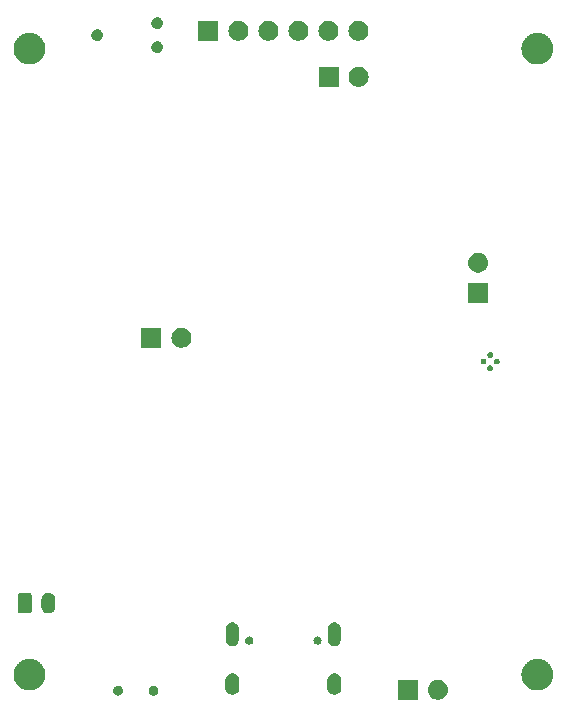
<source format=gbr>
%TF.GenerationSoftware,KiCad,Pcbnew,8.0.2*%
%TF.CreationDate,2024-05-26T21:52:28+02:00*%
%TF.ProjectId,Plant_Thing,506c616e-745f-4546-9869-6e672e6b6963,rev?*%
%TF.SameCoordinates,Original*%
%TF.FileFunction,Soldermask,Bot*%
%TF.FilePolarity,Negative*%
%FSLAX46Y46*%
G04 Gerber Fmt 4.6, Leading zero omitted, Abs format (unit mm)*
G04 Created by KiCad (PCBNEW 8.0.2) date 2024-05-26 21:52:28*
%MOMM*%
%LPD*%
G01*
G04 APERTURE LIST*
G04 APERTURE END LIST*
G36*
X166375000Y-118650000D02*
G01*
X164675000Y-118650000D01*
X164675000Y-116950000D01*
X166375000Y-116950000D01*
X166375000Y-118650000D01*
G37*
G36*
X168327664Y-116991602D02*
G01*
X168490000Y-117063878D01*
X168633761Y-117168327D01*
X168752664Y-117300383D01*
X168841514Y-117454274D01*
X168896425Y-117623275D01*
X168915000Y-117800000D01*
X168896425Y-117976725D01*
X168841514Y-118145726D01*
X168752664Y-118299617D01*
X168633761Y-118431673D01*
X168490000Y-118536122D01*
X168327664Y-118608398D01*
X168153849Y-118645344D01*
X167976151Y-118645344D01*
X167802336Y-118608398D01*
X167640000Y-118536122D01*
X167496239Y-118431673D01*
X167377336Y-118299617D01*
X167288486Y-118145726D01*
X167233575Y-117976725D01*
X167215000Y-117800000D01*
X167233575Y-117623275D01*
X167288486Y-117454274D01*
X167377336Y-117300383D01*
X167496239Y-117168327D01*
X167640000Y-117063878D01*
X167802336Y-116991602D01*
X167976151Y-116954656D01*
X168153849Y-116954656D01*
X168327664Y-116991602D01*
G37*
G36*
X141030577Y-117439843D02*
G01*
X141060410Y-117439843D01*
X141095347Y-117450101D01*
X141131332Y-117455801D01*
X141153872Y-117467286D01*
X141176333Y-117473881D01*
X141212756Y-117497288D01*
X141249809Y-117516168D01*
X141263613Y-117529972D01*
X141277975Y-117539202D01*
X141311286Y-117577645D01*
X141343832Y-117610191D01*
X141350033Y-117622361D01*
X141357093Y-117630509D01*
X141382229Y-117685550D01*
X141404199Y-117728668D01*
X141405408Y-117736305D01*
X141407283Y-117740410D01*
X141419330Y-117824203D01*
X141425000Y-117860000D01*
X141419329Y-117895799D01*
X141407283Y-117979589D01*
X141405408Y-117983692D01*
X141404199Y-117991332D01*
X141382225Y-118034458D01*
X141357093Y-118089490D01*
X141350034Y-118097635D01*
X141343832Y-118109809D01*
X141311279Y-118142361D01*
X141277975Y-118180797D01*
X141263616Y-118190024D01*
X141249809Y-118203832D01*
X141212748Y-118222715D01*
X141176333Y-118246118D01*
X141153876Y-118252711D01*
X141131332Y-118264199D01*
X141095345Y-118269898D01*
X141060410Y-118280157D01*
X141030577Y-118280157D01*
X141000000Y-118285000D01*
X140969423Y-118280157D01*
X140939590Y-118280157D01*
X140904653Y-118269898D01*
X140868668Y-118264199D01*
X140846124Y-118252712D01*
X140823666Y-118246118D01*
X140787246Y-118222712D01*
X140750191Y-118203832D01*
X140736385Y-118190026D01*
X140722024Y-118180797D01*
X140688712Y-118142353D01*
X140656168Y-118109809D01*
X140649966Y-118097638D01*
X140642906Y-118089490D01*
X140617765Y-118034439D01*
X140595801Y-117991332D01*
X140594591Y-117983695D01*
X140592716Y-117979589D01*
X140580659Y-117895731D01*
X140575000Y-117860000D01*
X140580658Y-117824271D01*
X140592716Y-117740410D01*
X140594591Y-117736302D01*
X140595801Y-117728668D01*
X140617760Y-117685569D01*
X140642906Y-117630509D01*
X140649968Y-117622358D01*
X140656168Y-117610191D01*
X140688706Y-117577652D01*
X140722024Y-117539202D01*
X140736388Y-117529970D01*
X140750191Y-117516168D01*
X140787238Y-117497291D01*
X140823666Y-117473881D01*
X140846128Y-117467285D01*
X140868668Y-117455801D01*
X140904651Y-117450101D01*
X140939590Y-117439843D01*
X140969423Y-117439843D01*
X141000000Y-117435000D01*
X141030577Y-117439843D01*
G37*
G36*
X144030577Y-117439843D02*
G01*
X144060410Y-117439843D01*
X144095347Y-117450101D01*
X144131332Y-117455801D01*
X144153872Y-117467286D01*
X144176333Y-117473881D01*
X144212756Y-117497288D01*
X144249809Y-117516168D01*
X144263613Y-117529972D01*
X144277975Y-117539202D01*
X144311286Y-117577645D01*
X144343832Y-117610191D01*
X144350033Y-117622361D01*
X144357093Y-117630509D01*
X144382229Y-117685550D01*
X144404199Y-117728668D01*
X144405408Y-117736305D01*
X144407283Y-117740410D01*
X144419330Y-117824203D01*
X144425000Y-117860000D01*
X144419329Y-117895799D01*
X144407283Y-117979589D01*
X144405408Y-117983692D01*
X144404199Y-117991332D01*
X144382225Y-118034458D01*
X144357093Y-118089490D01*
X144350034Y-118097635D01*
X144343832Y-118109809D01*
X144311279Y-118142361D01*
X144277975Y-118180797D01*
X144263616Y-118190024D01*
X144249809Y-118203832D01*
X144212748Y-118222715D01*
X144176333Y-118246118D01*
X144153876Y-118252711D01*
X144131332Y-118264199D01*
X144095345Y-118269898D01*
X144060410Y-118280157D01*
X144030577Y-118280157D01*
X144000000Y-118285000D01*
X143969423Y-118280157D01*
X143939590Y-118280157D01*
X143904653Y-118269898D01*
X143868668Y-118264199D01*
X143846124Y-118252712D01*
X143823666Y-118246118D01*
X143787246Y-118222712D01*
X143750191Y-118203832D01*
X143736385Y-118190026D01*
X143722024Y-118180797D01*
X143688712Y-118142353D01*
X143656168Y-118109809D01*
X143649966Y-118097638D01*
X143642906Y-118089490D01*
X143617765Y-118034439D01*
X143595801Y-117991332D01*
X143594591Y-117983695D01*
X143592716Y-117979589D01*
X143580659Y-117895731D01*
X143575000Y-117860000D01*
X143580658Y-117824271D01*
X143592716Y-117740410D01*
X143594591Y-117736302D01*
X143595801Y-117728668D01*
X143617760Y-117685569D01*
X143642906Y-117630509D01*
X143649968Y-117622358D01*
X143656168Y-117610191D01*
X143688706Y-117577652D01*
X143722024Y-117539202D01*
X143736388Y-117529970D01*
X143750191Y-117516168D01*
X143787238Y-117497291D01*
X143823666Y-117473881D01*
X143846128Y-117467285D01*
X143868668Y-117455801D01*
X143904651Y-117450101D01*
X143939590Y-117439843D01*
X143969423Y-117439843D01*
X144000000Y-117435000D01*
X144030577Y-117439843D01*
G37*
G36*
X150748836Y-116402633D02*
G01*
X150758316Y-116402633D01*
X150785623Y-116409949D01*
X150854100Y-116423570D01*
X150886423Y-116436959D01*
X150909610Y-116443172D01*
X150930401Y-116455176D01*
X150962722Y-116468564D01*
X151020770Y-116507350D01*
X151045257Y-116521488D01*
X151051959Y-116528190D01*
X151060482Y-116533885D01*
X151143614Y-116617017D01*
X151149308Y-116625539D01*
X151156012Y-116632243D01*
X151170151Y-116656733D01*
X151208935Y-116714777D01*
X151222321Y-116747094D01*
X151234328Y-116767890D01*
X151240541Y-116791080D01*
X151253929Y-116823399D01*
X151267548Y-116891871D01*
X151274867Y-116919184D01*
X151274941Y-116929039D01*
X151276890Y-116938835D01*
X151279994Y-117596360D01*
X151279991Y-117596406D01*
X151280000Y-117597500D01*
X151279752Y-117601279D01*
X151277110Y-117655055D01*
X151275794Y-117661670D01*
X151274867Y-117675816D01*
X151267546Y-117703136D01*
X151253929Y-117771600D01*
X151240542Y-117803916D01*
X151234328Y-117827110D01*
X151222320Y-117847907D01*
X151208935Y-117880222D01*
X151170155Y-117938259D01*
X151156012Y-117962757D01*
X151149306Y-117969462D01*
X151143614Y-117977982D01*
X151060482Y-118061114D01*
X151051962Y-118066806D01*
X151045257Y-118073512D01*
X151020759Y-118087655D01*
X150962722Y-118126435D01*
X150930407Y-118139820D01*
X150909610Y-118151828D01*
X150886416Y-118158042D01*
X150854100Y-118171429D01*
X150785629Y-118185048D01*
X150758316Y-118192367D01*
X150748836Y-118192367D01*
X150738786Y-118194366D01*
X150621214Y-118194366D01*
X150611164Y-118192367D01*
X150601684Y-118192367D01*
X150574371Y-118185048D01*
X150505899Y-118171429D01*
X150473580Y-118158041D01*
X150450390Y-118151828D01*
X150429594Y-118139821D01*
X150397277Y-118126435D01*
X150339233Y-118087651D01*
X150314743Y-118073512D01*
X150308039Y-118066808D01*
X150299517Y-118061114D01*
X150216385Y-117977982D01*
X150210690Y-117969459D01*
X150203988Y-117962757D01*
X150189850Y-117938270D01*
X150151064Y-117880222D01*
X150137676Y-117847901D01*
X150125672Y-117827110D01*
X150119459Y-117803923D01*
X150106070Y-117771600D01*
X150092448Y-117703117D01*
X150085133Y-117675816D01*
X150085058Y-117665964D01*
X150083109Y-117656164D01*
X150080005Y-116998639D01*
X150080008Y-116998575D01*
X150080000Y-116997500D01*
X150080243Y-116993784D01*
X150082889Y-116939944D01*
X150084206Y-116933320D01*
X150085133Y-116919184D01*
X150092448Y-116891880D01*
X150106070Y-116823399D01*
X150119459Y-116791073D01*
X150125672Y-116767890D01*
X150137674Y-116747100D01*
X150151064Y-116714777D01*
X150189854Y-116656722D01*
X150203988Y-116632243D01*
X150210688Y-116625542D01*
X150216385Y-116617017D01*
X150299517Y-116533885D01*
X150308042Y-116528188D01*
X150314743Y-116521488D01*
X150339222Y-116507354D01*
X150397277Y-116468564D01*
X150429600Y-116455174D01*
X150450390Y-116443172D01*
X150473573Y-116436959D01*
X150505899Y-116423570D01*
X150574377Y-116409949D01*
X150601684Y-116402633D01*
X150611164Y-116402633D01*
X150621214Y-116400634D01*
X150738786Y-116400634D01*
X150748836Y-116402633D01*
G37*
G36*
X159388836Y-116402633D02*
G01*
X159398316Y-116402633D01*
X159425623Y-116409949D01*
X159494100Y-116423570D01*
X159526423Y-116436959D01*
X159549610Y-116443172D01*
X159570401Y-116455176D01*
X159602722Y-116468564D01*
X159660770Y-116507350D01*
X159685257Y-116521488D01*
X159691959Y-116528190D01*
X159700482Y-116533885D01*
X159783614Y-116617017D01*
X159789308Y-116625539D01*
X159796012Y-116632243D01*
X159810151Y-116656733D01*
X159848935Y-116714777D01*
X159862321Y-116747094D01*
X159874328Y-116767890D01*
X159880541Y-116791080D01*
X159893929Y-116823399D01*
X159907548Y-116891871D01*
X159914867Y-116919184D01*
X159914941Y-116929039D01*
X159916890Y-116938835D01*
X159919994Y-117596360D01*
X159919991Y-117596406D01*
X159920000Y-117597500D01*
X159919752Y-117601279D01*
X159917110Y-117655055D01*
X159915794Y-117661670D01*
X159914867Y-117675816D01*
X159907546Y-117703136D01*
X159893929Y-117771600D01*
X159880542Y-117803916D01*
X159874328Y-117827110D01*
X159862320Y-117847907D01*
X159848935Y-117880222D01*
X159810155Y-117938259D01*
X159796012Y-117962757D01*
X159789306Y-117969462D01*
X159783614Y-117977982D01*
X159700482Y-118061114D01*
X159691962Y-118066806D01*
X159685257Y-118073512D01*
X159660759Y-118087655D01*
X159602722Y-118126435D01*
X159570407Y-118139820D01*
X159549610Y-118151828D01*
X159526416Y-118158042D01*
X159494100Y-118171429D01*
X159425629Y-118185048D01*
X159398316Y-118192367D01*
X159388836Y-118192367D01*
X159378786Y-118194366D01*
X159261214Y-118194366D01*
X159251164Y-118192367D01*
X159241684Y-118192367D01*
X159214371Y-118185048D01*
X159145899Y-118171429D01*
X159113580Y-118158041D01*
X159090390Y-118151828D01*
X159069594Y-118139821D01*
X159037277Y-118126435D01*
X158979233Y-118087651D01*
X158954743Y-118073512D01*
X158948039Y-118066808D01*
X158939517Y-118061114D01*
X158856385Y-117977982D01*
X158850690Y-117969459D01*
X158843988Y-117962757D01*
X158829850Y-117938270D01*
X158791064Y-117880222D01*
X158777676Y-117847901D01*
X158765672Y-117827110D01*
X158759459Y-117803923D01*
X158746070Y-117771600D01*
X158732448Y-117703117D01*
X158725133Y-117675816D01*
X158725058Y-117665964D01*
X158723109Y-117656164D01*
X158720005Y-116998639D01*
X158720008Y-116998575D01*
X158720000Y-116997500D01*
X158720243Y-116993784D01*
X158722889Y-116939944D01*
X158724206Y-116933320D01*
X158725133Y-116919184D01*
X158732448Y-116891880D01*
X158746070Y-116823399D01*
X158759459Y-116791073D01*
X158765672Y-116767890D01*
X158777674Y-116747100D01*
X158791064Y-116714777D01*
X158829854Y-116656722D01*
X158843988Y-116632243D01*
X158850688Y-116625542D01*
X158856385Y-116617017D01*
X158939517Y-116533885D01*
X158948042Y-116528188D01*
X158954743Y-116521488D01*
X158979222Y-116507354D01*
X159037277Y-116468564D01*
X159069600Y-116455174D01*
X159090390Y-116443172D01*
X159113573Y-116436959D01*
X159145899Y-116423570D01*
X159214377Y-116409949D01*
X159241684Y-116402633D01*
X159251164Y-116402633D01*
X159261214Y-116400634D01*
X159378786Y-116400634D01*
X159388836Y-116402633D01*
G37*
G36*
X133554680Y-115154784D02*
G01*
X133611469Y-115154784D01*
X133674060Y-115165228D01*
X133734425Y-115170510D01*
X133781830Y-115183212D01*
X133831359Y-115191477D01*
X133897796Y-115214284D01*
X133961727Y-115231415D01*
X134000890Y-115249677D01*
X134042221Y-115263866D01*
X134110130Y-115300616D01*
X134175000Y-115330866D01*
X134205537Y-115352248D01*
X134238282Y-115369969D01*
X134304936Y-115421848D01*
X134367763Y-115465840D01*
X134389906Y-115487983D01*
X134414213Y-115506902D01*
X134476658Y-115574735D01*
X134534160Y-115632237D01*
X134548672Y-115652963D01*
X134565203Y-115670920D01*
X134620355Y-115755337D01*
X134669134Y-115825000D01*
X134677275Y-115842459D01*
X134687136Y-115857552D01*
X134731886Y-115959571D01*
X134768585Y-116038273D01*
X134772003Y-116051030D01*
X134776687Y-116061708D01*
X134808052Y-116185567D01*
X134829490Y-116265575D01*
X134830111Y-116272678D01*
X134831416Y-116277830D01*
X134846709Y-116462388D01*
X134850000Y-116500000D01*
X134846709Y-116537614D01*
X134831416Y-116722169D01*
X134830111Y-116727319D01*
X134829490Y-116734425D01*
X134808047Y-116814450D01*
X134776687Y-116938291D01*
X134772003Y-116948967D01*
X134768585Y-116961727D01*
X134731878Y-117040443D01*
X134687136Y-117142447D01*
X134677277Y-117157537D01*
X134669134Y-117175000D01*
X134620345Y-117244676D01*
X134565203Y-117329079D01*
X134548675Y-117347032D01*
X134534160Y-117367763D01*
X134476646Y-117425276D01*
X134414213Y-117493097D01*
X134389910Y-117512012D01*
X134367763Y-117534160D01*
X134304923Y-117578160D01*
X134238282Y-117630030D01*
X134205543Y-117647747D01*
X134175000Y-117669134D01*
X134110116Y-117699389D01*
X134042221Y-117736133D01*
X134000898Y-117750319D01*
X133961727Y-117768585D01*
X133897782Y-117785718D01*
X133831359Y-117808522D01*
X133781838Y-117816785D01*
X133734425Y-117829490D01*
X133674057Y-117834771D01*
X133611469Y-117845216D01*
X133554680Y-117845216D01*
X133500000Y-117850000D01*
X133445320Y-117845216D01*
X133388531Y-117845216D01*
X133325942Y-117834771D01*
X133265575Y-117829490D01*
X133218163Y-117816786D01*
X133168640Y-117808522D01*
X133102212Y-117785717D01*
X133038273Y-117768585D01*
X132999104Y-117750320D01*
X132957778Y-117736133D01*
X132889875Y-117699386D01*
X132825000Y-117669134D01*
X132794459Y-117647749D01*
X132761717Y-117630030D01*
X132695066Y-117578153D01*
X132632237Y-117534160D01*
X132610092Y-117512015D01*
X132585786Y-117493097D01*
X132523340Y-117425263D01*
X132465840Y-117367763D01*
X132451327Y-117347036D01*
X132434796Y-117329079D01*
X132379639Y-117244655D01*
X132330866Y-117175000D01*
X132322725Y-117157542D01*
X132312863Y-117142447D01*
X132268104Y-117040407D01*
X132231415Y-116961727D01*
X132227997Y-116948973D01*
X132223312Y-116938291D01*
X132191934Y-116814382D01*
X132170510Y-116734425D01*
X132169888Y-116727325D01*
X132168583Y-116722169D01*
X132153272Y-116537398D01*
X132150000Y-116500000D01*
X132153271Y-116462604D01*
X132168583Y-116277830D01*
X132169889Y-116272672D01*
X132170510Y-116265575D01*
X132191929Y-116185635D01*
X132223312Y-116061708D01*
X132227998Y-116051024D01*
X132231415Y-116038273D01*
X132268097Y-115959608D01*
X132312863Y-115857552D01*
X132322727Y-115842453D01*
X132330866Y-115825000D01*
X132379629Y-115755358D01*
X132434796Y-115670920D01*
X132451330Y-115652959D01*
X132465840Y-115632237D01*
X132523329Y-115574747D01*
X132585786Y-115506902D01*
X132610097Y-115487979D01*
X132632237Y-115465840D01*
X132695053Y-115421855D01*
X132761717Y-115369969D01*
X132794466Y-115352246D01*
X132825000Y-115330866D01*
X132889862Y-115300620D01*
X132957778Y-115263866D01*
X132999112Y-115249675D01*
X133038273Y-115231415D01*
X133102199Y-115214286D01*
X133168640Y-115191477D01*
X133218170Y-115183211D01*
X133265575Y-115170510D01*
X133325938Y-115165228D01*
X133388531Y-115154784D01*
X133445320Y-115154784D01*
X133500000Y-115150000D01*
X133554680Y-115154784D01*
G37*
G36*
X176554680Y-115154784D02*
G01*
X176611469Y-115154784D01*
X176674060Y-115165228D01*
X176734425Y-115170510D01*
X176781830Y-115183212D01*
X176831359Y-115191477D01*
X176897796Y-115214284D01*
X176961727Y-115231415D01*
X177000890Y-115249677D01*
X177042221Y-115263866D01*
X177110130Y-115300616D01*
X177175000Y-115330866D01*
X177205537Y-115352248D01*
X177238282Y-115369969D01*
X177304936Y-115421848D01*
X177367763Y-115465840D01*
X177389906Y-115487983D01*
X177414213Y-115506902D01*
X177476658Y-115574735D01*
X177534160Y-115632237D01*
X177548672Y-115652963D01*
X177565203Y-115670920D01*
X177620355Y-115755337D01*
X177669134Y-115825000D01*
X177677275Y-115842459D01*
X177687136Y-115857552D01*
X177731886Y-115959571D01*
X177768585Y-116038273D01*
X177772003Y-116051030D01*
X177776687Y-116061708D01*
X177808052Y-116185567D01*
X177829490Y-116265575D01*
X177830111Y-116272678D01*
X177831416Y-116277830D01*
X177846709Y-116462388D01*
X177850000Y-116500000D01*
X177846709Y-116537614D01*
X177831416Y-116722169D01*
X177830111Y-116727319D01*
X177829490Y-116734425D01*
X177808047Y-116814450D01*
X177776687Y-116938291D01*
X177772003Y-116948967D01*
X177768585Y-116961727D01*
X177731878Y-117040443D01*
X177687136Y-117142447D01*
X177677277Y-117157537D01*
X177669134Y-117175000D01*
X177620345Y-117244676D01*
X177565203Y-117329079D01*
X177548675Y-117347032D01*
X177534160Y-117367763D01*
X177476646Y-117425276D01*
X177414213Y-117493097D01*
X177389910Y-117512012D01*
X177367763Y-117534160D01*
X177304923Y-117578160D01*
X177238282Y-117630030D01*
X177205543Y-117647747D01*
X177175000Y-117669134D01*
X177110116Y-117699389D01*
X177042221Y-117736133D01*
X177000898Y-117750319D01*
X176961727Y-117768585D01*
X176897782Y-117785718D01*
X176831359Y-117808522D01*
X176781838Y-117816785D01*
X176734425Y-117829490D01*
X176674057Y-117834771D01*
X176611469Y-117845216D01*
X176554680Y-117845216D01*
X176500000Y-117850000D01*
X176445320Y-117845216D01*
X176388531Y-117845216D01*
X176325942Y-117834771D01*
X176265575Y-117829490D01*
X176218163Y-117816786D01*
X176168640Y-117808522D01*
X176102212Y-117785717D01*
X176038273Y-117768585D01*
X175999104Y-117750320D01*
X175957778Y-117736133D01*
X175889875Y-117699386D01*
X175825000Y-117669134D01*
X175794459Y-117647749D01*
X175761717Y-117630030D01*
X175695066Y-117578153D01*
X175632237Y-117534160D01*
X175610092Y-117512015D01*
X175585786Y-117493097D01*
X175523340Y-117425263D01*
X175465840Y-117367763D01*
X175451327Y-117347036D01*
X175434796Y-117329079D01*
X175379639Y-117244655D01*
X175330866Y-117175000D01*
X175322725Y-117157542D01*
X175312863Y-117142447D01*
X175268104Y-117040407D01*
X175231415Y-116961727D01*
X175227997Y-116948973D01*
X175223312Y-116938291D01*
X175191934Y-116814382D01*
X175170510Y-116734425D01*
X175169888Y-116727325D01*
X175168583Y-116722169D01*
X175153272Y-116537398D01*
X175150000Y-116500000D01*
X175153271Y-116462604D01*
X175168583Y-116277830D01*
X175169889Y-116272672D01*
X175170510Y-116265575D01*
X175191929Y-116185635D01*
X175223312Y-116061708D01*
X175227998Y-116051024D01*
X175231415Y-116038273D01*
X175268097Y-115959608D01*
X175312863Y-115857552D01*
X175322727Y-115842453D01*
X175330866Y-115825000D01*
X175379629Y-115755358D01*
X175434796Y-115670920D01*
X175451330Y-115652959D01*
X175465840Y-115632237D01*
X175523329Y-115574747D01*
X175585786Y-115506902D01*
X175610097Y-115487979D01*
X175632237Y-115465840D01*
X175695053Y-115421855D01*
X175761717Y-115369969D01*
X175794466Y-115352246D01*
X175825000Y-115330866D01*
X175889862Y-115300620D01*
X175957778Y-115263866D01*
X175999112Y-115249675D01*
X176038273Y-115231415D01*
X176102199Y-115214286D01*
X176168640Y-115191477D01*
X176218170Y-115183211D01*
X176265575Y-115170510D01*
X176325938Y-115165228D01*
X176388531Y-115154784D01*
X176445320Y-115154784D01*
X176500000Y-115150000D01*
X176554680Y-115154784D01*
G37*
G36*
X150890476Y-112129366D02*
G01*
X151014819Y-112201156D01*
X151116344Y-112302681D01*
X151188134Y-112427024D01*
X151225295Y-112565711D01*
X151230000Y-113537500D01*
X151225295Y-113609289D01*
X151188134Y-113747976D01*
X151116344Y-113872319D01*
X151014819Y-113973844D01*
X150890476Y-114045634D01*
X150751789Y-114082795D01*
X150608211Y-114082795D01*
X150469524Y-114045634D01*
X150345181Y-113973844D01*
X150243656Y-113872319D01*
X150171866Y-113747976D01*
X150134705Y-113609289D01*
X150130000Y-112637500D01*
X150134705Y-112565711D01*
X150171866Y-112427024D01*
X150243656Y-112302681D01*
X150345181Y-112201156D01*
X150469524Y-112129366D01*
X150608211Y-112092205D01*
X150751789Y-112092205D01*
X150890476Y-112129366D01*
G37*
G36*
X159530476Y-112129366D02*
G01*
X159654819Y-112201156D01*
X159756344Y-112302681D01*
X159828134Y-112427024D01*
X159865295Y-112565711D01*
X159870000Y-113537500D01*
X159865295Y-113609289D01*
X159828134Y-113747976D01*
X159756344Y-113872319D01*
X159654819Y-113973844D01*
X159530476Y-114045634D01*
X159391789Y-114082795D01*
X159248211Y-114082795D01*
X159109524Y-114045634D01*
X158985181Y-113973844D01*
X158883656Y-113872319D01*
X158811866Y-113747976D01*
X158774705Y-113609289D01*
X158770000Y-112637500D01*
X158774705Y-112565711D01*
X158811866Y-112427024D01*
X158883656Y-112302681D01*
X158985181Y-112201156D01*
X159109524Y-112129366D01*
X159248211Y-112092205D01*
X159391789Y-112092205D01*
X159530476Y-112129366D01*
G37*
G36*
X152218156Y-113284630D02*
G01*
X152315725Y-113334344D01*
X152393156Y-113411775D01*
X152442870Y-113509344D01*
X152460000Y-113617500D01*
X152442870Y-113725656D01*
X152393156Y-113823225D01*
X152315725Y-113900656D01*
X152218156Y-113950370D01*
X152110000Y-113967500D01*
X152001844Y-113950370D01*
X151904275Y-113900656D01*
X151826844Y-113823225D01*
X151777130Y-113725656D01*
X151760000Y-113617500D01*
X151777130Y-113509344D01*
X151826844Y-113411775D01*
X151904275Y-113334344D01*
X152001844Y-113284630D01*
X152110000Y-113267500D01*
X152218156Y-113284630D01*
G37*
G36*
X157998156Y-113284630D02*
G01*
X158095725Y-113334344D01*
X158173156Y-113411775D01*
X158222870Y-113509344D01*
X158240000Y-113617500D01*
X158222870Y-113725656D01*
X158173156Y-113823225D01*
X158095725Y-113900656D01*
X157998156Y-113950370D01*
X157890000Y-113967500D01*
X157781844Y-113950370D01*
X157684275Y-113900656D01*
X157606844Y-113823225D01*
X157557130Y-113725656D01*
X157540000Y-113617500D01*
X157557130Y-113509344D01*
X157606844Y-113411775D01*
X157684275Y-113334344D01*
X157781844Y-113284630D01*
X157890000Y-113267500D01*
X157998156Y-113284630D01*
G37*
G36*
X133454116Y-109575818D02*
G01*
X133505379Y-109581766D01*
X133522892Y-109589499D01*
X133545671Y-109594030D01*
X133570057Y-109610324D01*
X133590788Y-109619478D01*
X133604946Y-109633636D01*
X133626777Y-109648223D01*
X133641363Y-109670053D01*
X133655521Y-109684211D01*
X133664673Y-109704939D01*
X133680970Y-109729329D01*
X133685501Y-109752109D01*
X133693233Y-109769620D01*
X133699178Y-109820872D01*
X133700000Y-109825000D01*
X133700000Y-111075000D01*
X133699178Y-111079128D01*
X133693233Y-111130379D01*
X133685501Y-111147888D01*
X133680970Y-111170671D01*
X133664672Y-111195062D01*
X133655521Y-111215788D01*
X133641365Y-111229943D01*
X133626777Y-111251777D01*
X133604943Y-111266365D01*
X133590788Y-111280521D01*
X133570062Y-111289672D01*
X133545671Y-111305970D01*
X133522888Y-111310501D01*
X133505379Y-111318233D01*
X133454129Y-111324178D01*
X133450000Y-111325000D01*
X132750000Y-111325000D01*
X132745873Y-111324179D01*
X132694620Y-111318233D01*
X132677109Y-111310501D01*
X132654329Y-111305970D01*
X132629939Y-111289673D01*
X132609211Y-111280521D01*
X132595053Y-111266363D01*
X132573223Y-111251777D01*
X132558636Y-111229946D01*
X132544478Y-111215788D01*
X132535324Y-111195057D01*
X132519030Y-111170671D01*
X132514499Y-111147892D01*
X132506766Y-111130379D01*
X132500818Y-111079117D01*
X132500000Y-111075000D01*
X132500000Y-109825000D01*
X132500818Y-109820885D01*
X132506766Y-109769620D01*
X132514499Y-109752105D01*
X132519030Y-109729329D01*
X132535323Y-109704944D01*
X132544478Y-109684211D01*
X132558638Y-109670050D01*
X132573223Y-109648223D01*
X132595050Y-109633638D01*
X132609211Y-109619478D01*
X132629944Y-109610323D01*
X132654329Y-109594030D01*
X132677105Y-109589499D01*
X132694620Y-109581766D01*
X132745884Y-109575818D01*
X132750000Y-109575000D01*
X133450000Y-109575000D01*
X133454116Y-109575818D01*
G37*
G36*
X135168836Y-109580133D02*
G01*
X135178316Y-109580133D01*
X135205623Y-109587449D01*
X135274100Y-109601070D01*
X135306423Y-109614459D01*
X135329610Y-109620672D01*
X135350401Y-109632676D01*
X135382722Y-109646064D01*
X135440770Y-109684850D01*
X135465257Y-109698988D01*
X135471959Y-109705690D01*
X135480482Y-109711385D01*
X135563614Y-109794517D01*
X135569308Y-109803039D01*
X135576012Y-109809743D01*
X135590151Y-109834233D01*
X135628935Y-109892277D01*
X135642321Y-109924594D01*
X135654328Y-109945390D01*
X135660541Y-109968580D01*
X135673929Y-110000899D01*
X135687546Y-110069364D01*
X135694867Y-110096684D01*
X135694947Y-110106574D01*
X135696891Y-110116344D01*
X135699993Y-110723872D01*
X135699991Y-110723910D01*
X135700000Y-110725000D01*
X135699750Y-110728802D01*
X135697110Y-110782555D01*
X135695794Y-110789170D01*
X135694867Y-110803316D01*
X135687546Y-110830636D01*
X135673929Y-110899100D01*
X135660542Y-110931416D01*
X135654328Y-110954610D01*
X135642320Y-110975407D01*
X135628935Y-111007722D01*
X135590155Y-111065759D01*
X135576012Y-111090257D01*
X135569306Y-111096962D01*
X135563614Y-111105482D01*
X135480482Y-111188614D01*
X135471962Y-111194306D01*
X135465257Y-111201012D01*
X135440759Y-111215155D01*
X135382722Y-111253935D01*
X135350407Y-111267320D01*
X135329610Y-111279328D01*
X135306416Y-111285542D01*
X135274100Y-111298929D01*
X135205629Y-111312548D01*
X135178316Y-111319867D01*
X135168836Y-111319867D01*
X135158786Y-111321866D01*
X135041214Y-111321866D01*
X135031164Y-111319867D01*
X135021684Y-111319867D01*
X134994371Y-111312548D01*
X134925899Y-111298929D01*
X134893580Y-111285541D01*
X134870390Y-111279328D01*
X134849594Y-111267321D01*
X134817277Y-111253935D01*
X134759233Y-111215151D01*
X134734743Y-111201012D01*
X134728039Y-111194308D01*
X134719517Y-111188614D01*
X134636385Y-111105482D01*
X134630690Y-111096959D01*
X134623988Y-111090257D01*
X134609850Y-111065770D01*
X134571064Y-111007722D01*
X134557676Y-110975401D01*
X134545672Y-110954610D01*
X134539459Y-110931423D01*
X134526070Y-110899100D01*
X134512450Y-110830623D01*
X134505133Y-110803316D01*
X134505052Y-110793429D01*
X134503108Y-110783655D01*
X134500006Y-110176127D01*
X134500008Y-110176071D01*
X134500000Y-110175000D01*
X134500245Y-110171261D01*
X134502889Y-110117444D01*
X134504206Y-110110820D01*
X134505133Y-110096684D01*
X134512448Y-110069380D01*
X134526070Y-110000899D01*
X134539459Y-109968573D01*
X134545672Y-109945390D01*
X134557674Y-109924600D01*
X134571064Y-109892277D01*
X134609854Y-109834222D01*
X134623988Y-109809743D01*
X134630688Y-109803042D01*
X134636385Y-109794517D01*
X134719517Y-109711385D01*
X134728042Y-109705688D01*
X134734743Y-109698988D01*
X134759222Y-109684854D01*
X134817277Y-109646064D01*
X134849600Y-109632674D01*
X134870390Y-109620672D01*
X134893573Y-109614459D01*
X134925899Y-109601070D01*
X134994377Y-109587449D01*
X135021684Y-109580133D01*
X135031164Y-109580133D01*
X135041214Y-109578134D01*
X135158786Y-109578134D01*
X135168836Y-109580133D01*
G37*
G36*
X172522975Y-90311346D02*
G01*
X172543275Y-90311346D01*
X172567740Y-90320250D01*
X172595671Y-90325806D01*
X172610823Y-90335930D01*
X172624610Y-90340948D01*
X172649145Y-90361536D01*
X172676777Y-90379999D01*
X172683961Y-90390750D01*
X172690909Y-90396581D01*
X172710313Y-90430189D01*
X172730970Y-90461105D01*
X172732445Y-90468524D01*
X172734187Y-90471540D01*
X172743096Y-90522068D01*
X172750000Y-90556776D01*
X172743095Y-90591486D01*
X172734187Y-90642011D01*
X172732446Y-90645026D01*
X172730970Y-90652447D01*
X172710308Y-90683368D01*
X172690909Y-90716970D01*
X172683962Y-90722798D01*
X172676777Y-90733553D01*
X172649139Y-90752019D01*
X172624610Y-90772603D01*
X172610825Y-90777619D01*
X172595671Y-90787746D01*
X172567739Y-90793301D01*
X172543275Y-90802206D01*
X172522975Y-90802206D01*
X172500000Y-90806776D01*
X172477025Y-90802206D01*
X172456725Y-90802206D01*
X172432260Y-90793301D01*
X172404329Y-90787746D01*
X172389175Y-90777620D01*
X172375389Y-90772603D01*
X172350855Y-90752016D01*
X172323223Y-90733553D01*
X172316038Y-90722800D01*
X172309090Y-90716970D01*
X172289683Y-90683357D01*
X172269030Y-90652447D01*
X172267554Y-90645029D01*
X172265812Y-90642011D01*
X172256895Y-90591442D01*
X172250000Y-90556776D01*
X172256894Y-90522112D01*
X172265812Y-90471540D01*
X172267554Y-90468521D01*
X172269030Y-90461105D01*
X172289677Y-90430203D01*
X172309089Y-90396582D01*
X172316039Y-90390749D01*
X172323223Y-90379999D01*
X172350852Y-90361537D01*
X172375390Y-90340948D01*
X172389176Y-90335930D01*
X172404329Y-90325806D01*
X172432259Y-90320250D01*
X172456725Y-90311346D01*
X172477025Y-90311346D01*
X172500000Y-90306776D01*
X172522975Y-90311346D01*
G37*
G36*
X171966199Y-89754570D02*
G01*
X171986499Y-89754570D01*
X172010964Y-89763474D01*
X172038895Y-89769030D01*
X172054047Y-89779154D01*
X172067834Y-89784172D01*
X172092369Y-89804760D01*
X172120001Y-89823223D01*
X172127185Y-89833974D01*
X172134133Y-89839805D01*
X172153537Y-89873413D01*
X172174194Y-89904329D01*
X172175669Y-89911748D01*
X172177411Y-89914764D01*
X172186320Y-89965292D01*
X172193224Y-90000000D01*
X172186319Y-90034710D01*
X172177411Y-90085235D01*
X172175670Y-90088250D01*
X172174194Y-90095671D01*
X172153532Y-90126592D01*
X172134133Y-90160194D01*
X172127186Y-90166022D01*
X172120001Y-90176777D01*
X172092363Y-90195243D01*
X172067834Y-90215827D01*
X172054049Y-90220843D01*
X172038895Y-90230970D01*
X172010963Y-90236525D01*
X171986499Y-90245430D01*
X171966199Y-90245430D01*
X171943224Y-90250000D01*
X171920249Y-90245430D01*
X171899949Y-90245430D01*
X171875484Y-90236525D01*
X171847553Y-90230970D01*
X171832399Y-90220844D01*
X171818613Y-90215827D01*
X171794079Y-90195240D01*
X171766447Y-90176777D01*
X171759262Y-90166024D01*
X171752314Y-90160194D01*
X171732907Y-90126581D01*
X171712254Y-90095671D01*
X171710778Y-90088253D01*
X171709036Y-90085235D01*
X171700119Y-90034666D01*
X171693224Y-90000000D01*
X171700118Y-89965336D01*
X171709036Y-89914764D01*
X171710778Y-89911745D01*
X171712254Y-89904329D01*
X171732901Y-89873427D01*
X171752313Y-89839806D01*
X171759263Y-89833973D01*
X171766447Y-89823223D01*
X171794076Y-89804761D01*
X171818614Y-89784172D01*
X171832400Y-89779154D01*
X171847553Y-89769030D01*
X171875483Y-89763474D01*
X171899949Y-89754570D01*
X171920249Y-89754570D01*
X171943224Y-89750000D01*
X171966199Y-89754570D01*
G37*
G36*
X173079751Y-89754570D02*
G01*
X173100051Y-89754570D01*
X173124516Y-89763474D01*
X173152447Y-89769030D01*
X173167599Y-89779154D01*
X173181386Y-89784172D01*
X173205921Y-89804760D01*
X173233553Y-89823223D01*
X173240737Y-89833974D01*
X173247685Y-89839805D01*
X173267089Y-89873413D01*
X173287746Y-89904329D01*
X173289221Y-89911748D01*
X173290963Y-89914764D01*
X173299872Y-89965292D01*
X173306776Y-90000000D01*
X173299871Y-90034710D01*
X173290963Y-90085235D01*
X173289222Y-90088250D01*
X173287746Y-90095671D01*
X173267084Y-90126592D01*
X173247685Y-90160194D01*
X173240738Y-90166022D01*
X173233553Y-90176777D01*
X173205915Y-90195243D01*
X173181386Y-90215827D01*
X173167601Y-90220843D01*
X173152447Y-90230970D01*
X173124515Y-90236525D01*
X173100051Y-90245430D01*
X173079751Y-90245430D01*
X173056776Y-90250000D01*
X173033801Y-90245430D01*
X173013501Y-90245430D01*
X172989036Y-90236525D01*
X172961105Y-90230970D01*
X172945951Y-90220844D01*
X172932165Y-90215827D01*
X172907631Y-90195240D01*
X172879999Y-90176777D01*
X172872814Y-90166024D01*
X172865866Y-90160194D01*
X172846459Y-90126581D01*
X172825806Y-90095671D01*
X172824330Y-90088253D01*
X172822588Y-90085235D01*
X172813671Y-90034666D01*
X172806776Y-90000000D01*
X172813670Y-89965336D01*
X172822588Y-89914764D01*
X172824330Y-89911745D01*
X172825806Y-89904329D01*
X172846453Y-89873427D01*
X172865865Y-89839806D01*
X172872815Y-89833973D01*
X172879999Y-89823223D01*
X172907628Y-89804761D01*
X172932166Y-89784172D01*
X172945952Y-89779154D01*
X172961105Y-89769030D01*
X172989035Y-89763474D01*
X173013501Y-89754570D01*
X173033801Y-89754570D01*
X173056776Y-89750000D01*
X173079751Y-89754570D01*
G37*
G36*
X172522975Y-89197794D02*
G01*
X172543275Y-89197794D01*
X172567740Y-89206698D01*
X172595671Y-89212254D01*
X172610823Y-89222378D01*
X172624610Y-89227396D01*
X172649145Y-89247984D01*
X172676777Y-89266447D01*
X172683961Y-89277198D01*
X172690909Y-89283029D01*
X172710313Y-89316637D01*
X172730970Y-89347553D01*
X172732445Y-89354972D01*
X172734187Y-89357988D01*
X172743096Y-89408516D01*
X172750000Y-89443224D01*
X172743095Y-89477934D01*
X172734187Y-89528459D01*
X172732446Y-89531474D01*
X172730970Y-89538895D01*
X172710308Y-89569816D01*
X172690909Y-89603418D01*
X172683962Y-89609246D01*
X172676777Y-89620001D01*
X172649139Y-89638467D01*
X172624610Y-89659051D01*
X172610825Y-89664067D01*
X172595671Y-89674194D01*
X172567739Y-89679749D01*
X172543275Y-89688654D01*
X172522975Y-89688654D01*
X172500000Y-89693224D01*
X172477025Y-89688654D01*
X172456725Y-89688654D01*
X172432260Y-89679749D01*
X172404329Y-89674194D01*
X172389175Y-89664068D01*
X172375389Y-89659051D01*
X172350855Y-89638464D01*
X172323223Y-89620001D01*
X172316038Y-89609248D01*
X172309090Y-89603418D01*
X172289683Y-89569805D01*
X172269030Y-89538895D01*
X172267554Y-89531477D01*
X172265812Y-89528459D01*
X172256895Y-89477890D01*
X172250000Y-89443224D01*
X172256894Y-89408560D01*
X172265812Y-89357988D01*
X172267554Y-89354969D01*
X172269030Y-89347553D01*
X172289677Y-89316651D01*
X172309089Y-89283030D01*
X172316039Y-89277197D01*
X172323223Y-89266447D01*
X172350852Y-89247985D01*
X172375390Y-89227396D01*
X172389176Y-89222378D01*
X172404329Y-89212254D01*
X172432259Y-89206698D01*
X172456725Y-89197794D01*
X172477025Y-89197794D01*
X172500000Y-89193224D01*
X172522975Y-89197794D01*
G37*
G36*
X144675000Y-88850000D02*
G01*
X142975000Y-88850000D01*
X142975000Y-87150000D01*
X144675000Y-87150000D01*
X144675000Y-88850000D01*
G37*
G36*
X146627664Y-87191602D02*
G01*
X146790000Y-87263878D01*
X146933761Y-87368327D01*
X147052664Y-87500383D01*
X147141514Y-87654274D01*
X147196425Y-87823275D01*
X147215000Y-88000000D01*
X147196425Y-88176725D01*
X147141514Y-88345726D01*
X147052664Y-88499617D01*
X146933761Y-88631673D01*
X146790000Y-88736122D01*
X146627664Y-88808398D01*
X146453849Y-88845344D01*
X146276151Y-88845344D01*
X146102336Y-88808398D01*
X145940000Y-88736122D01*
X145796239Y-88631673D01*
X145677336Y-88499617D01*
X145588486Y-88345726D01*
X145533575Y-88176725D01*
X145515000Y-88000000D01*
X145533575Y-87823275D01*
X145588486Y-87654274D01*
X145677336Y-87500383D01*
X145796239Y-87368327D01*
X145940000Y-87263878D01*
X146102336Y-87191602D01*
X146276151Y-87154656D01*
X146453849Y-87154656D01*
X146627664Y-87191602D01*
G37*
G36*
X172350000Y-85025000D02*
G01*
X170650000Y-85025000D01*
X170650000Y-83325000D01*
X172350000Y-83325000D01*
X172350000Y-85025000D01*
G37*
G36*
X171762664Y-80826602D02*
G01*
X171925000Y-80898878D01*
X172068761Y-81003327D01*
X172187664Y-81135383D01*
X172276514Y-81289274D01*
X172331425Y-81458275D01*
X172350000Y-81635000D01*
X172331425Y-81811725D01*
X172276514Y-81980726D01*
X172187664Y-82134617D01*
X172068761Y-82266673D01*
X171925000Y-82371122D01*
X171762664Y-82443398D01*
X171588849Y-82480344D01*
X171411151Y-82480344D01*
X171237336Y-82443398D01*
X171075000Y-82371122D01*
X170931239Y-82266673D01*
X170812336Y-82134617D01*
X170723486Y-81980726D01*
X170668575Y-81811725D01*
X170650000Y-81635000D01*
X170668575Y-81458275D01*
X170723486Y-81289274D01*
X170812336Y-81135383D01*
X170931239Y-81003327D01*
X171075000Y-80898878D01*
X171237336Y-80826602D01*
X171411151Y-80789656D01*
X171588849Y-80789656D01*
X171762664Y-80826602D01*
G37*
G36*
X159675000Y-66750000D02*
G01*
X157975000Y-66750000D01*
X157975000Y-65050000D01*
X159675000Y-65050000D01*
X159675000Y-66750000D01*
G37*
G36*
X161627664Y-65091602D02*
G01*
X161790000Y-65163878D01*
X161933761Y-65268327D01*
X162052664Y-65400383D01*
X162141514Y-65554274D01*
X162196425Y-65723275D01*
X162215000Y-65900000D01*
X162196425Y-66076725D01*
X162141514Y-66245726D01*
X162052664Y-66399617D01*
X161933761Y-66531673D01*
X161790000Y-66636122D01*
X161627664Y-66708398D01*
X161453849Y-66745344D01*
X161276151Y-66745344D01*
X161102336Y-66708398D01*
X160940000Y-66636122D01*
X160796239Y-66531673D01*
X160677336Y-66399617D01*
X160588486Y-66245726D01*
X160533575Y-66076725D01*
X160515000Y-65900000D01*
X160533575Y-65723275D01*
X160588486Y-65554274D01*
X160677336Y-65400383D01*
X160796239Y-65268327D01*
X160940000Y-65163878D01*
X161102336Y-65091602D01*
X161276151Y-65054656D01*
X161453849Y-65054656D01*
X161627664Y-65091602D01*
G37*
G36*
X133554680Y-62154784D02*
G01*
X133611469Y-62154784D01*
X133674060Y-62165228D01*
X133734425Y-62170510D01*
X133781830Y-62183212D01*
X133831359Y-62191477D01*
X133897796Y-62214284D01*
X133961727Y-62231415D01*
X134000890Y-62249677D01*
X134042221Y-62263866D01*
X134110130Y-62300616D01*
X134175000Y-62330866D01*
X134205537Y-62352248D01*
X134238282Y-62369969D01*
X134304936Y-62421848D01*
X134367763Y-62465840D01*
X134389906Y-62487983D01*
X134414213Y-62506902D01*
X134476658Y-62574735D01*
X134534160Y-62632237D01*
X134548672Y-62652963D01*
X134565203Y-62670920D01*
X134620355Y-62755337D01*
X134669134Y-62825000D01*
X134677275Y-62842459D01*
X134687136Y-62857552D01*
X134731886Y-62959571D01*
X134768585Y-63038273D01*
X134772003Y-63051030D01*
X134776687Y-63061708D01*
X134808052Y-63185567D01*
X134829490Y-63265575D01*
X134830111Y-63272678D01*
X134831416Y-63277830D01*
X134846709Y-63462388D01*
X134850000Y-63500000D01*
X134846709Y-63537614D01*
X134831416Y-63722169D01*
X134830111Y-63727319D01*
X134829490Y-63734425D01*
X134808047Y-63814450D01*
X134776687Y-63938291D01*
X134772003Y-63948967D01*
X134768585Y-63961727D01*
X134731878Y-64040443D01*
X134687136Y-64142447D01*
X134677277Y-64157537D01*
X134669134Y-64175000D01*
X134620345Y-64244676D01*
X134565203Y-64329079D01*
X134548675Y-64347032D01*
X134534160Y-64367763D01*
X134476646Y-64425276D01*
X134414213Y-64493097D01*
X134389910Y-64512012D01*
X134367763Y-64534160D01*
X134304923Y-64578160D01*
X134238282Y-64630030D01*
X134205543Y-64647747D01*
X134175000Y-64669134D01*
X134110116Y-64699389D01*
X134042221Y-64736133D01*
X134000898Y-64750319D01*
X133961727Y-64768585D01*
X133897782Y-64785718D01*
X133831359Y-64808522D01*
X133781838Y-64816785D01*
X133734425Y-64829490D01*
X133674057Y-64834771D01*
X133611469Y-64845216D01*
X133554680Y-64845216D01*
X133500000Y-64850000D01*
X133445320Y-64845216D01*
X133388531Y-64845216D01*
X133325942Y-64834771D01*
X133265575Y-64829490D01*
X133218163Y-64816786D01*
X133168640Y-64808522D01*
X133102212Y-64785717D01*
X133038273Y-64768585D01*
X132999104Y-64750320D01*
X132957778Y-64736133D01*
X132889875Y-64699386D01*
X132825000Y-64669134D01*
X132794459Y-64647749D01*
X132761717Y-64630030D01*
X132695066Y-64578153D01*
X132632237Y-64534160D01*
X132610092Y-64512015D01*
X132585786Y-64493097D01*
X132523340Y-64425263D01*
X132465840Y-64367763D01*
X132451327Y-64347036D01*
X132434796Y-64329079D01*
X132379639Y-64244655D01*
X132330866Y-64175000D01*
X132322725Y-64157542D01*
X132312863Y-64142447D01*
X132268104Y-64040407D01*
X132231415Y-63961727D01*
X132227997Y-63948973D01*
X132223312Y-63938291D01*
X132191934Y-63814382D01*
X132170510Y-63734425D01*
X132169888Y-63727325D01*
X132168583Y-63722169D01*
X132153272Y-63537398D01*
X132150000Y-63500000D01*
X132153271Y-63462604D01*
X132168583Y-63277830D01*
X132169889Y-63272672D01*
X132170510Y-63265575D01*
X132191929Y-63185635D01*
X132223312Y-63061708D01*
X132227998Y-63051024D01*
X132231415Y-63038273D01*
X132268097Y-62959608D01*
X132312863Y-62857552D01*
X132322727Y-62842453D01*
X132330866Y-62825000D01*
X132379629Y-62755358D01*
X132434796Y-62670920D01*
X132451330Y-62652959D01*
X132465840Y-62632237D01*
X132523329Y-62574747D01*
X132585786Y-62506902D01*
X132610097Y-62487979D01*
X132632237Y-62465840D01*
X132695053Y-62421855D01*
X132761717Y-62369969D01*
X132794466Y-62352246D01*
X132825000Y-62330866D01*
X132889862Y-62300620D01*
X132957778Y-62263866D01*
X132999112Y-62249675D01*
X133038273Y-62231415D01*
X133102199Y-62214286D01*
X133168640Y-62191477D01*
X133218170Y-62183211D01*
X133265575Y-62170510D01*
X133325938Y-62165228D01*
X133388531Y-62154784D01*
X133445320Y-62154784D01*
X133500000Y-62150000D01*
X133554680Y-62154784D01*
G37*
G36*
X176554680Y-62154784D02*
G01*
X176611469Y-62154784D01*
X176674060Y-62165228D01*
X176734425Y-62170510D01*
X176781830Y-62183212D01*
X176831359Y-62191477D01*
X176897796Y-62214284D01*
X176961727Y-62231415D01*
X177000890Y-62249677D01*
X177042221Y-62263866D01*
X177110130Y-62300616D01*
X177175000Y-62330866D01*
X177205537Y-62352248D01*
X177238282Y-62369969D01*
X177304936Y-62421848D01*
X177367763Y-62465840D01*
X177389906Y-62487983D01*
X177414213Y-62506902D01*
X177476658Y-62574735D01*
X177534160Y-62632237D01*
X177548672Y-62652963D01*
X177565203Y-62670920D01*
X177620355Y-62755337D01*
X177669134Y-62825000D01*
X177677275Y-62842459D01*
X177687136Y-62857552D01*
X177731886Y-62959571D01*
X177768585Y-63038273D01*
X177772003Y-63051030D01*
X177776687Y-63061708D01*
X177808052Y-63185567D01*
X177829490Y-63265575D01*
X177830111Y-63272678D01*
X177831416Y-63277830D01*
X177846709Y-63462388D01*
X177850000Y-63500000D01*
X177846709Y-63537614D01*
X177831416Y-63722169D01*
X177830111Y-63727319D01*
X177829490Y-63734425D01*
X177808047Y-63814450D01*
X177776687Y-63938291D01*
X177772003Y-63948967D01*
X177768585Y-63961727D01*
X177731878Y-64040443D01*
X177687136Y-64142447D01*
X177677277Y-64157537D01*
X177669134Y-64175000D01*
X177620345Y-64244676D01*
X177565203Y-64329079D01*
X177548675Y-64347032D01*
X177534160Y-64367763D01*
X177476646Y-64425276D01*
X177414213Y-64493097D01*
X177389910Y-64512012D01*
X177367763Y-64534160D01*
X177304923Y-64578160D01*
X177238282Y-64630030D01*
X177205543Y-64647747D01*
X177175000Y-64669134D01*
X177110116Y-64699389D01*
X177042221Y-64736133D01*
X177000898Y-64750319D01*
X176961727Y-64768585D01*
X176897782Y-64785718D01*
X176831359Y-64808522D01*
X176781838Y-64816785D01*
X176734425Y-64829490D01*
X176674057Y-64834771D01*
X176611469Y-64845216D01*
X176554680Y-64845216D01*
X176500000Y-64850000D01*
X176445320Y-64845216D01*
X176388531Y-64845216D01*
X176325942Y-64834771D01*
X176265575Y-64829490D01*
X176218163Y-64816786D01*
X176168640Y-64808522D01*
X176102212Y-64785717D01*
X176038273Y-64768585D01*
X175999104Y-64750320D01*
X175957778Y-64736133D01*
X175889875Y-64699386D01*
X175825000Y-64669134D01*
X175794459Y-64647749D01*
X175761717Y-64630030D01*
X175695066Y-64578153D01*
X175632237Y-64534160D01*
X175610092Y-64512015D01*
X175585786Y-64493097D01*
X175523340Y-64425263D01*
X175465840Y-64367763D01*
X175451327Y-64347036D01*
X175434796Y-64329079D01*
X175379639Y-64244655D01*
X175330866Y-64175000D01*
X175322725Y-64157542D01*
X175312863Y-64142447D01*
X175268104Y-64040407D01*
X175231415Y-63961727D01*
X175227997Y-63948973D01*
X175223312Y-63938291D01*
X175191934Y-63814382D01*
X175170510Y-63734425D01*
X175169888Y-63727325D01*
X175168583Y-63722169D01*
X175153272Y-63537398D01*
X175150000Y-63500000D01*
X175153271Y-63462604D01*
X175168583Y-63277830D01*
X175169889Y-63272672D01*
X175170510Y-63265575D01*
X175191929Y-63185635D01*
X175223312Y-63061708D01*
X175227998Y-63051024D01*
X175231415Y-63038273D01*
X175268097Y-62959608D01*
X175312863Y-62857552D01*
X175322727Y-62842453D01*
X175330866Y-62825000D01*
X175379629Y-62755358D01*
X175434796Y-62670920D01*
X175451330Y-62652959D01*
X175465840Y-62632237D01*
X175523329Y-62574747D01*
X175585786Y-62506902D01*
X175610097Y-62487979D01*
X175632237Y-62465840D01*
X175695053Y-62421855D01*
X175761717Y-62369969D01*
X175794466Y-62352246D01*
X175825000Y-62330866D01*
X175889862Y-62300620D01*
X175957778Y-62263866D01*
X175999112Y-62249675D01*
X176038273Y-62231415D01*
X176102199Y-62214286D01*
X176168640Y-62191477D01*
X176218170Y-62183211D01*
X176265575Y-62170510D01*
X176325938Y-62165228D01*
X176388531Y-62154784D01*
X176445320Y-62154784D01*
X176500000Y-62150000D01*
X176554680Y-62154784D01*
G37*
G36*
X144344969Y-62890741D02*
G01*
X144380489Y-62890741D01*
X144409362Y-62899219D01*
X144438079Y-62903000D01*
X144476653Y-62918977D01*
X144515755Y-62930459D01*
X144536392Y-62943721D01*
X144557431Y-62952436D01*
X144595978Y-62982015D01*
X144634353Y-63006677D01*
X144646726Y-63020956D01*
X144659919Y-63031080D01*
X144694131Y-63075665D01*
X144726673Y-63113221D01*
X144732147Y-63125208D01*
X144738563Y-63133569D01*
X144763889Y-63194713D01*
X144785237Y-63241458D01*
X144786292Y-63248800D01*
X144787999Y-63252920D01*
X144800103Y-63344854D01*
X144805300Y-63381000D01*
X144800102Y-63417148D01*
X144787999Y-63509079D01*
X144786292Y-63513197D01*
X144785237Y-63520542D01*
X144763887Y-63567291D01*
X144738563Y-63628431D01*
X144732147Y-63636791D01*
X144726673Y-63648779D01*
X144694127Y-63686339D01*
X144659919Y-63730919D01*
X144646728Y-63741040D01*
X144634353Y-63755323D01*
X144595970Y-63779990D01*
X144557431Y-63809563D01*
X144536396Y-63818275D01*
X144515755Y-63831541D01*
X144476645Y-63843024D01*
X144438079Y-63858999D01*
X144409369Y-63862778D01*
X144380489Y-63871259D01*
X144344961Y-63871259D01*
X144310000Y-63875862D01*
X144275039Y-63871259D01*
X144239511Y-63871259D01*
X144210631Y-63862779D01*
X144181920Y-63858999D01*
X144143351Y-63843023D01*
X144104245Y-63831541D01*
X144083605Y-63818276D01*
X144062568Y-63809563D01*
X144024023Y-63779986D01*
X143985647Y-63755323D01*
X143973273Y-63741042D01*
X143960080Y-63730919D01*
X143925863Y-63686328D01*
X143893327Y-63648779D01*
X143887854Y-63636794D01*
X143881436Y-63628431D01*
X143856101Y-63567267D01*
X143834763Y-63520542D01*
X143833707Y-63513201D01*
X143832000Y-63509079D01*
X143819885Y-63417066D01*
X143814700Y-63381000D01*
X143819885Y-63344936D01*
X143832000Y-63252920D01*
X143833707Y-63248796D01*
X143834763Y-63241458D01*
X143856099Y-63194737D01*
X143881436Y-63133569D01*
X143887854Y-63125204D01*
X143893327Y-63113221D01*
X143925860Y-63075675D01*
X143960080Y-63031080D01*
X143973275Y-63020954D01*
X143985647Y-63006677D01*
X144024019Y-62982016D01*
X144062569Y-62952436D01*
X144083608Y-62943721D01*
X144104245Y-62930459D01*
X144143344Y-62918978D01*
X144181920Y-62903000D01*
X144210637Y-62899219D01*
X144239511Y-62890741D01*
X144275031Y-62890741D01*
X144310000Y-62886137D01*
X144344969Y-62890741D01*
G37*
G36*
X139264969Y-61874741D02*
G01*
X139300489Y-61874741D01*
X139329362Y-61883219D01*
X139358079Y-61887000D01*
X139396653Y-61902977D01*
X139435755Y-61914459D01*
X139456392Y-61927721D01*
X139477431Y-61936436D01*
X139515978Y-61966015D01*
X139554353Y-61990677D01*
X139566726Y-62004956D01*
X139579919Y-62015080D01*
X139614131Y-62059665D01*
X139646673Y-62097221D01*
X139652147Y-62109208D01*
X139658563Y-62117569D01*
X139683889Y-62178713D01*
X139705237Y-62225458D01*
X139706292Y-62232800D01*
X139707999Y-62236920D01*
X139720103Y-62328854D01*
X139725300Y-62365000D01*
X139720102Y-62401148D01*
X139707999Y-62493079D01*
X139706292Y-62497197D01*
X139705237Y-62504542D01*
X139683887Y-62551291D01*
X139658563Y-62612431D01*
X139652147Y-62620791D01*
X139646673Y-62632779D01*
X139614127Y-62670339D01*
X139579919Y-62714919D01*
X139566728Y-62725040D01*
X139554353Y-62739323D01*
X139515970Y-62763990D01*
X139477431Y-62793563D01*
X139456396Y-62802275D01*
X139435755Y-62815541D01*
X139396645Y-62827024D01*
X139358079Y-62842999D01*
X139329369Y-62846778D01*
X139300489Y-62855259D01*
X139264961Y-62855259D01*
X139230000Y-62859862D01*
X139195039Y-62855259D01*
X139159511Y-62855259D01*
X139130631Y-62846779D01*
X139101920Y-62842999D01*
X139063351Y-62827023D01*
X139024245Y-62815541D01*
X139003605Y-62802276D01*
X138982568Y-62793563D01*
X138944023Y-62763986D01*
X138905647Y-62739323D01*
X138893273Y-62725042D01*
X138880080Y-62714919D01*
X138845863Y-62670328D01*
X138813327Y-62632779D01*
X138807854Y-62620794D01*
X138801436Y-62612431D01*
X138776101Y-62551267D01*
X138754763Y-62504542D01*
X138753707Y-62497201D01*
X138752000Y-62493079D01*
X138739885Y-62401066D01*
X138734700Y-62365000D01*
X138739885Y-62328936D01*
X138752000Y-62236920D01*
X138753707Y-62232796D01*
X138754763Y-62225458D01*
X138776099Y-62178737D01*
X138801436Y-62117569D01*
X138807854Y-62109204D01*
X138813327Y-62097221D01*
X138845860Y-62059675D01*
X138880080Y-62015080D01*
X138893275Y-62004954D01*
X138905647Y-61990677D01*
X138944019Y-61966016D01*
X138982569Y-61936436D01*
X139003608Y-61927721D01*
X139024245Y-61914459D01*
X139063344Y-61902978D01*
X139101920Y-61887000D01*
X139130637Y-61883219D01*
X139159511Y-61874741D01*
X139195031Y-61874741D01*
X139230000Y-61870137D01*
X139264969Y-61874741D01*
G37*
G36*
X149500000Y-62850000D02*
G01*
X147800000Y-62850000D01*
X147800000Y-61150000D01*
X149500000Y-61150000D01*
X149500000Y-62850000D01*
G37*
G36*
X151452664Y-61191602D02*
G01*
X151615000Y-61263878D01*
X151758761Y-61368327D01*
X151877664Y-61500383D01*
X151966514Y-61654274D01*
X152021425Y-61823275D01*
X152040000Y-62000000D01*
X152021425Y-62176725D01*
X151966514Y-62345726D01*
X151877664Y-62499617D01*
X151758761Y-62631673D01*
X151615000Y-62736122D01*
X151452664Y-62808398D01*
X151278849Y-62845344D01*
X151101151Y-62845344D01*
X150927336Y-62808398D01*
X150765000Y-62736122D01*
X150621239Y-62631673D01*
X150502336Y-62499617D01*
X150413486Y-62345726D01*
X150358575Y-62176725D01*
X150340000Y-62000000D01*
X150358575Y-61823275D01*
X150413486Y-61654274D01*
X150502336Y-61500383D01*
X150621239Y-61368327D01*
X150765000Y-61263878D01*
X150927336Y-61191602D01*
X151101151Y-61154656D01*
X151278849Y-61154656D01*
X151452664Y-61191602D01*
G37*
G36*
X153992664Y-61191602D02*
G01*
X154155000Y-61263878D01*
X154298761Y-61368327D01*
X154417664Y-61500383D01*
X154506514Y-61654274D01*
X154561425Y-61823275D01*
X154580000Y-62000000D01*
X154561425Y-62176725D01*
X154506514Y-62345726D01*
X154417664Y-62499617D01*
X154298761Y-62631673D01*
X154155000Y-62736122D01*
X153992664Y-62808398D01*
X153818849Y-62845344D01*
X153641151Y-62845344D01*
X153467336Y-62808398D01*
X153305000Y-62736122D01*
X153161239Y-62631673D01*
X153042336Y-62499617D01*
X152953486Y-62345726D01*
X152898575Y-62176725D01*
X152880000Y-62000000D01*
X152898575Y-61823275D01*
X152953486Y-61654274D01*
X153042336Y-61500383D01*
X153161239Y-61368327D01*
X153305000Y-61263878D01*
X153467336Y-61191602D01*
X153641151Y-61154656D01*
X153818849Y-61154656D01*
X153992664Y-61191602D01*
G37*
G36*
X156532664Y-61191602D02*
G01*
X156695000Y-61263878D01*
X156838761Y-61368327D01*
X156957664Y-61500383D01*
X157046514Y-61654274D01*
X157101425Y-61823275D01*
X157120000Y-62000000D01*
X157101425Y-62176725D01*
X157046514Y-62345726D01*
X156957664Y-62499617D01*
X156838761Y-62631673D01*
X156695000Y-62736122D01*
X156532664Y-62808398D01*
X156358849Y-62845344D01*
X156181151Y-62845344D01*
X156007336Y-62808398D01*
X155845000Y-62736122D01*
X155701239Y-62631673D01*
X155582336Y-62499617D01*
X155493486Y-62345726D01*
X155438575Y-62176725D01*
X155420000Y-62000000D01*
X155438575Y-61823275D01*
X155493486Y-61654274D01*
X155582336Y-61500383D01*
X155701239Y-61368327D01*
X155845000Y-61263878D01*
X156007336Y-61191602D01*
X156181151Y-61154656D01*
X156358849Y-61154656D01*
X156532664Y-61191602D01*
G37*
G36*
X159072664Y-61191602D02*
G01*
X159235000Y-61263878D01*
X159378761Y-61368327D01*
X159497664Y-61500383D01*
X159586514Y-61654274D01*
X159641425Y-61823275D01*
X159660000Y-62000000D01*
X159641425Y-62176725D01*
X159586514Y-62345726D01*
X159497664Y-62499617D01*
X159378761Y-62631673D01*
X159235000Y-62736122D01*
X159072664Y-62808398D01*
X158898849Y-62845344D01*
X158721151Y-62845344D01*
X158547336Y-62808398D01*
X158385000Y-62736122D01*
X158241239Y-62631673D01*
X158122336Y-62499617D01*
X158033486Y-62345726D01*
X157978575Y-62176725D01*
X157960000Y-62000000D01*
X157978575Y-61823275D01*
X158033486Y-61654274D01*
X158122336Y-61500383D01*
X158241239Y-61368327D01*
X158385000Y-61263878D01*
X158547336Y-61191602D01*
X158721151Y-61154656D01*
X158898849Y-61154656D01*
X159072664Y-61191602D01*
G37*
G36*
X161612664Y-61191602D02*
G01*
X161775000Y-61263878D01*
X161918761Y-61368327D01*
X162037664Y-61500383D01*
X162126514Y-61654274D01*
X162181425Y-61823275D01*
X162200000Y-62000000D01*
X162181425Y-62176725D01*
X162126514Y-62345726D01*
X162037664Y-62499617D01*
X161918761Y-62631673D01*
X161775000Y-62736122D01*
X161612664Y-62808398D01*
X161438849Y-62845344D01*
X161261151Y-62845344D01*
X161087336Y-62808398D01*
X160925000Y-62736122D01*
X160781239Y-62631673D01*
X160662336Y-62499617D01*
X160573486Y-62345726D01*
X160518575Y-62176725D01*
X160500000Y-62000000D01*
X160518575Y-61823275D01*
X160573486Y-61654274D01*
X160662336Y-61500383D01*
X160781239Y-61368327D01*
X160925000Y-61263878D01*
X161087336Y-61191602D01*
X161261151Y-61154656D01*
X161438849Y-61154656D01*
X161612664Y-61191602D01*
G37*
G36*
X144344969Y-60858741D02*
G01*
X144380489Y-60858741D01*
X144409362Y-60867219D01*
X144438079Y-60871000D01*
X144476653Y-60886977D01*
X144515755Y-60898459D01*
X144536392Y-60911721D01*
X144557431Y-60920436D01*
X144595978Y-60950015D01*
X144634353Y-60974677D01*
X144646726Y-60988956D01*
X144659919Y-60999080D01*
X144694131Y-61043665D01*
X144726673Y-61081221D01*
X144732147Y-61093208D01*
X144738563Y-61101569D01*
X144763889Y-61162713D01*
X144785237Y-61209458D01*
X144786292Y-61216800D01*
X144787999Y-61220920D01*
X144800103Y-61312854D01*
X144805300Y-61349000D01*
X144800102Y-61385148D01*
X144787999Y-61477079D01*
X144786292Y-61481197D01*
X144785237Y-61488542D01*
X144763887Y-61535291D01*
X144738563Y-61596431D01*
X144732147Y-61604791D01*
X144726673Y-61616779D01*
X144694127Y-61654339D01*
X144659919Y-61698919D01*
X144646728Y-61709040D01*
X144634353Y-61723323D01*
X144595970Y-61747990D01*
X144557431Y-61777563D01*
X144536396Y-61786275D01*
X144515755Y-61799541D01*
X144476645Y-61811024D01*
X144438079Y-61826999D01*
X144409369Y-61830778D01*
X144380489Y-61839259D01*
X144344961Y-61839259D01*
X144310000Y-61843862D01*
X144275039Y-61839259D01*
X144239511Y-61839259D01*
X144210631Y-61830779D01*
X144181920Y-61826999D01*
X144143351Y-61811023D01*
X144104245Y-61799541D01*
X144083605Y-61786276D01*
X144062568Y-61777563D01*
X144024023Y-61747986D01*
X143985647Y-61723323D01*
X143973273Y-61709042D01*
X143960080Y-61698919D01*
X143925863Y-61654328D01*
X143893327Y-61616779D01*
X143887854Y-61604794D01*
X143881436Y-61596431D01*
X143856101Y-61535267D01*
X143834763Y-61488542D01*
X143833707Y-61481201D01*
X143832000Y-61477079D01*
X143819885Y-61385066D01*
X143814700Y-61349000D01*
X143819885Y-61312936D01*
X143832000Y-61220920D01*
X143833707Y-61216796D01*
X143834763Y-61209458D01*
X143856099Y-61162737D01*
X143881436Y-61101569D01*
X143887854Y-61093204D01*
X143893327Y-61081221D01*
X143925860Y-61043675D01*
X143960080Y-60999080D01*
X143973275Y-60988954D01*
X143985647Y-60974677D01*
X144024019Y-60950016D01*
X144062569Y-60920436D01*
X144083608Y-60911721D01*
X144104245Y-60898459D01*
X144143344Y-60886978D01*
X144181920Y-60871000D01*
X144210637Y-60867219D01*
X144239511Y-60858741D01*
X144275031Y-60858741D01*
X144310000Y-60854137D01*
X144344969Y-60858741D01*
G37*
M02*

</source>
